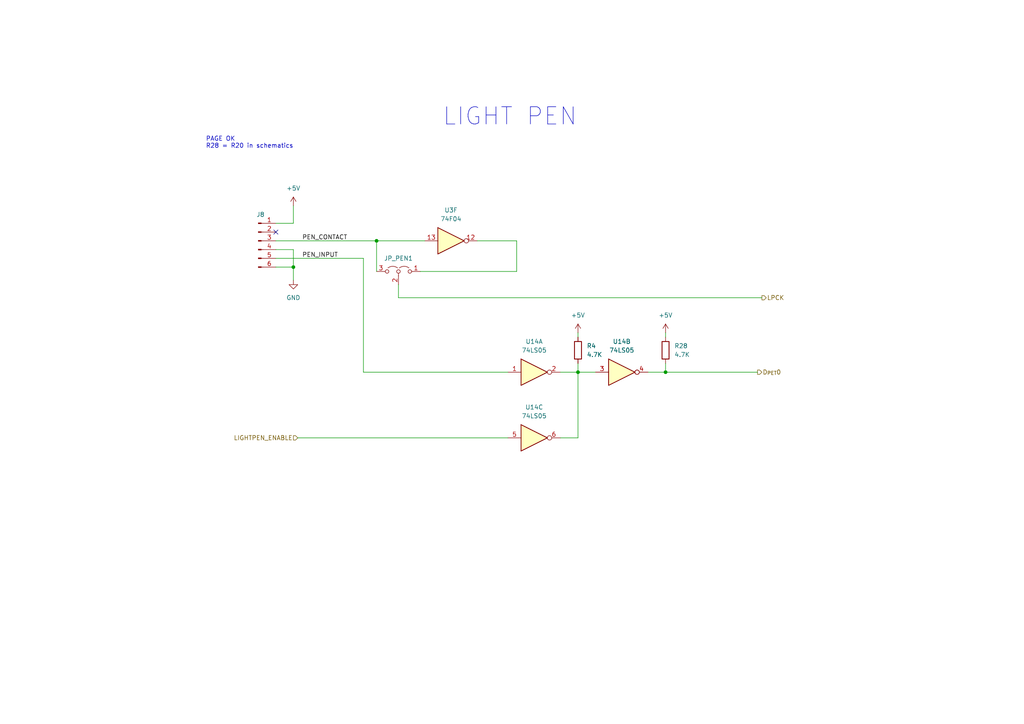
<source format=kicad_sch>
(kicad_sch (version 20230121) (generator eeschema)
  (paper "A4")
  (title_block (title "LOW SPEED GRAPHIK") (date "2022-03-13") (rev "V001") (comment 1 "reverse-engineered in 2022") (comment 2 "creativecommons.org/licenses/by-sa/4.0/") (comment 3 "License: CC BY-SA 4.0") (comment 4 "Author: InsaneDruid"))
  (lib_symbols
    (symbol "74xx:74AHC04"
      (property "Reference" "U" (at 0 1.27 0))
      (property "Value" "74AHC04" (at 0 -1.27 0))
      (symbol "74AHC04_1_0"
        (polyline (pts (xy -3.81 3.81) (xy -3.81 -3.81) (xy 3.81 0) (xy -3.81 3.81)) (stroke (width 0.254)) (fill (type background)))
        (pin input line (at -7.62 0 0) (length 3.81) (name "~") (number "1"))
        (pin output inverted (at 7.62 0 180) (length 3.81) (name "~") (number "2"))
      )
      (symbol "74AHC04_2_0"
        (polyline (pts (xy -3.81 3.81) (xy -3.81 -3.81) (xy 3.81 0) (xy -3.81 3.81)) (stroke (width 0.254)) (fill (type background)))
        (pin input line (at -7.62 0 0) (length 3.81) (name "~") (number "3"))
        (pin output inverted (at 7.62 0 180) (length 3.81) (name "~") (number "4"))
      )
      (symbol "74AHC04_3_0"
        (polyline (pts (xy -3.81 3.81) (xy -3.81 -3.81) (xy 3.81 0) (xy -3.81 3.81)) (stroke (width 0.254)) (fill (type background)))
        (pin input line (at -7.62 0 0) (length 3.81) (name "~") (number "5"))
        (pin output inverted (at 7.62 0 180) (length 3.81) (name "~") (number "6"))
      )
      (symbol "74AHC04_4_0"
        (polyline (pts (xy -3.81 3.81) (xy -3.81 -3.81) (xy 3.81 0) (xy -3.81 3.81)) (stroke (width 0.254)) (fill (type background)))
        (pin output inverted (at 7.62 0 180) (length 3.81) (name "~") (number "8"))
        (pin input line (at -7.62 0 0) (length 3.81) (name "~") (number "9"))
      )
      (symbol "74AHC04_5_0"
        (polyline (pts (xy -3.81 3.81) (xy -3.81 -3.81) (xy 3.81 0) (xy -3.81 3.81)) (stroke (width 0.254)) (fill (type background)))
        (pin output inverted (at 7.62 0 180) (length 3.81) (name "~") (number "10"))
        (pin input line (at -7.62 0 0) (length 3.81) (name "~") (number "11"))
      )
      (symbol "74AHC04_6_0"
        (polyline (pts (xy -3.81 3.81) (xy -3.81 -3.81) (xy 3.81 0) (xy -3.81 3.81)) (stroke (width 0.254)) (fill (type background)))
        (pin output inverted (at 7.62 0 180) (length 3.81) (name "~") (number "12"))
        (pin input line (at -7.62 0 0) (length 3.81) (name "~") (number "13"))
      )
      (symbol "74AHC04_7_0"
        (pin power_in line (at 0 12.7 270) (length 5.08) (name "VCC") (number "14"))
        (pin power_in line (at 0 -12.7 90) (length 5.08) (name "GND") (number "7"))
      )
      (symbol "74AHC04_7_1"
        (rectangle (start -5.08 7.62) (end 5.08 -7.62) (stroke (width 0.254)) (fill (type background)))
      )
    )
    (symbol "74xx:74LS05" (pin_names (offset 1.016))
      (property "Reference" "U" (at 0 1.27 0))
      (property "Value" "74LS05" (at 0 -1.27 0))
      (symbol "74LS05_1_0"
        (polyline (pts (xy -3.81 3.81) (xy -3.81 -3.81) (xy 3.81 0) (xy -3.81 3.81)) (stroke (width 0.254)) (fill (type background)))
        (pin input line (at -7.62 0 0) (length 3.81) (name "~") (number "1"))
        (pin open_collector inverted (at 7.62 0 180) (length 3.81) (name "~") (number "2"))
      )
      (symbol "74LS05_2_0"
        (polyline (pts (xy -3.81 3.81) (xy -3.81 -3.81) (xy 3.81 0) (xy -3.81 3.81)) (stroke (width 0.254)) (fill (type background)))
        (pin input line (at -7.62 0 0) (length 3.81) (name "~") (number "3"))
        (pin open_collector inverted (at 7.62 0 180) (length 3.81) (name "~") (number "4"))
      )
      (symbol "74LS05_3_0"
        (polyline (pts (xy -3.81 3.81) (xy -3.81 -3.81) (xy 3.81 0) (xy -3.81 3.81)) (stroke (width 0.254)) (fill (type background)))
        (pin input line (at -7.62 0 0) (length 3.81) (name "~") (number "5"))
        (pin open_collector inverted (at 7.62 0 180) (length 3.81) (name "~") (number "6"))
      )
      (symbol "74LS05_4_0"
        (polyline (pts (xy -3.81 3.81) (xy -3.81 -3.81) (xy 3.81 0) (xy -3.81 3.81)) (stroke (width 0.254)) (fill (type background)))
        (pin open_collector inverted (at 7.62 0 180) (length 3.81) (name "~") (number "8"))
        (pin input line (at -7.62 0 0) (length 3.81) (name "~") (number "9"))
      )
      (symbol "74LS05_5_0"
        (polyline (pts (xy -3.81 3.81) (xy -3.81 -3.81) (xy 3.81 0) (xy -3.81 3.81)) (stroke (width 0.254)) (fill (type background)))
        (pin open_collector inverted (at 7.62 0 180) (length 3.81) (name "~") (number "10"))
        (pin input line (at -7.62 0 0) (length 3.81) (name "~") (number "11"))
      )
      (symbol "74LS05_6_0"
        (polyline (pts (xy -3.81 3.81) (xy -3.81 -3.81) (xy 3.81 0) (xy -3.81 3.81)) (stroke (width 0.254)) (fill (type background)))
        (pin open_collector inverted (at 7.62 0 180) (length 3.81) (name "~") (number "12"))
        (pin input line (at -7.62 0 0) (length 3.81) (name "~") (number "13"))
      )
      (symbol "74LS05_7_0"
        (pin power_in line (at 0 12.7 270) (length 5.08) (name "VCC") (number "14"))
        (pin power_in line (at 0 -12.7 90) (length 5.08) (name "GND") (number "7"))
      )
      (symbol "74LS05_7_1"
        (rectangle (start -5.08 7.62) (end 5.08 -7.62) (stroke (width 0.254)) (fill (type background)))
      )
    )
    (symbol "Connector:Conn_01x06_Male" (pin_names (offset 1.016) hide)
      (property "Reference" "J" (at 0 7.62 0))
      (property "Value" "Conn_01x06_Male" (at 0 -10.16 0))
      (symbol "Conn_01x06_Male_1_1"
        (polyline (pts (xy 1.27 -7.62) (xy 0.8636 -7.62)) (stroke (width 0.1524)))
        (polyline (pts (xy 1.27 -5.08) (xy 0.8636 -5.08)) (stroke (width 0.1524)))
        (polyline (pts (xy 1.27 -2.54) (xy 0.8636 -2.54)) (stroke (width 0.1524)))
        (polyline (pts (xy 1.27 0) (xy 0.8636 0)) (stroke (width 0.1524)))
        (polyline (pts (xy 1.27 2.54) (xy 0.8636 2.54)) (stroke (width 0.1524)))
        (polyline (pts (xy 1.27 5.08) (xy 0.8636 5.08)) (stroke (width 0.1524)))
        (rectangle (start 0.8636 -7.493) (end 0 -7.747) (stroke (width 0.1524)) (fill (type outline)))
        (rectangle (start 0.8636 -4.953) (end 0 -5.207) (stroke (width 0.1524)) (fill (type outline)))
        (rectangle (start 0.8636 -2.413) (end 0 -2.667) (stroke (width 0.1524)) (fill (type outline)))
        (rectangle (start 0.8636 0.127) (end 0 -0.127) (stroke (width 0.1524)) (fill (type outline)))
        (rectangle (start 0.8636 2.667) (end 0 2.413) (stroke (width 0.1524)) (fill (type outline)))
        (rectangle (start 0.8636 5.207) (end 0 4.953) (stroke (width 0.1524)) (fill (type outline)))
        (pin passive line (at 5.08 5.08 180) (length 3.81) (name "Pin_1") (number "1"))
        (pin passive line (at 5.08 2.54 180) (length 3.81) (name "Pin_2") (number "2"))
        (pin passive line (at 5.08 0 180) (length 3.81) (name "Pin_3") (number "3"))
        (pin passive line (at 5.08 -2.54 180) (length 3.81) (name "Pin_4") (number "4"))
        (pin passive line (at 5.08 -5.08 180) (length 3.81) (name "Pin_5") (number "5"))
        (pin passive line (at 5.08 -7.62 180) (length 3.81) (name "Pin_6") (number "6"))
      )
    )
    (symbol "Device:R" (pin_numbers hide) (pin_names (offset 0))
      (property "Reference" "R" (at 2.032 0 90))
      (property "Value" "R" (at 0 0 90))
      (symbol "R_0_1"
        (rectangle (start -1.016 -2.54) (end 1.016 2.54) (stroke (width 0.254)))
      )
      (symbol "R_1_1"
        (pin passive line (at 0 3.81 270) (length 1.27) (name "~") (number "1"))
        (pin passive line (at 0 -3.81 90) (length 1.27) (name "~") (number "2"))
      )
    )
    (symbol "Jumper:Jumper_3_Open" (pin_names (offset 0) hide)
      (property "Reference" "JP" (at -2.54 -2.54 0))
      (property "Value" "Jumper_3_Open" (at 0 2.794 0))
      (symbol "Jumper_3_Open_0_0"
        (circle (center -3.302 0) (radius 0.508))
        (circle (center 0 0) (radius 0.508))
        (circle (center 3.302 0) (radius 0.508))
      )
      (symbol "Jumper_3_Open_0_1"
        (arc (start -0.254 1.016) (mid -1.651 1.4992) (end -3.048 1.016))
        (polyline (pts (xy 0 -0.508) (xy 0 -1.27)))
        (arc (start 3.048 1.016) (mid 1.651 1.4992) (end 0.254 1.016))
      )
      (symbol "Jumper_3_Open_1_1"
        (pin passive line (at -6.35 0 0) (length 2.54) (name "A") (number "1"))
        (pin passive line (at 0 -3.81 90) (length 2.54) (name "C") (number "2"))
        (pin passive line (at 6.35 0 180) (length 2.54) (name "B") (number "3"))
      )
    )
    (symbol "power:+5V" (power) (pin_names (offset 0))
      (property "Value" "+5V" (at 0 3.556 0))
      (symbol "+5V_0_1"
        (polyline (pts (xy -0.762 1.27) (xy 0 2.54)))
        (polyline (pts (xy 0 0) (xy 0 2.54)))
        (polyline (pts (xy 0 2.54) (xy 0.762 1.27)))
      )
      (symbol "+5V_1_1"
        (pin power_in line (at 0 0 90) (length 0) hide (name "+5V") (number "1"))
      )
    )
    (symbol "power:GND" (power) (pin_names (offset 0))
      (property "Value" "GND" (at 0 -3.81 0))
      (symbol "GND_0_1"
        (polyline (pts (xy 0 0) (xy 0 -1.27) (xy 1.27 -1.27) (xy 0 -2.54) (xy -1.27 -1.27) (xy 0 -1.27)))
      )
      (symbol "GND_1_1"
        (pin power_in line (at 0 0 270) (length 0) hide (name "GND") (number "1"))
      )
    )
  )
  (junction (at 85.09 77.47))
  (junction (at 193.04 107.95))
  (junction (at 109.22 69.85))
  (junction (at 167.64 107.95))
  (no_connect (at 80.01 67.31))
  (wire (pts (xy 80.01 69.85) (xy 109.22 69.85)))
  (wire (pts (xy 109.22 78.74) (xy 109.22 69.85)))
  (wire (pts (xy 80.01 64.77) (xy 85.09 64.77)))
  (wire (pts (xy 80.01 77.47) (xy 85.09 77.47)))
  (wire (pts (xy 149.86 78.74) (xy 149.86 69.85)))
  (wire (pts (xy 109.22 69.85) (xy 123.19 69.85)))
  (wire (pts (xy 80.01 74.93) (xy 105.41 74.93)))
  (wire (pts (xy 85.09 77.47) (xy 85.09 81.28)))
  (wire (pts (xy 85.09 72.39) (xy 85.09 77.47)))
  (wire (pts (xy 167.64 107.95) (xy 167.64 105.41)))
  (wire (pts (xy 193.04 96.52) (xy 193.04 97.79)))
  (wire (pts (xy 167.64 107.95) (xy 167.64 127)))
  (wire (pts (xy 167.64 107.95) (xy 172.72 107.95)))
  (wire (pts (xy 149.86 69.85) (xy 138.43 69.85)))
  (wire (pts (xy 167.64 127) (xy 162.56 127)))
  (wire (pts (xy 162.56 107.95) (xy 167.64 107.95)))
  (wire (pts (xy 105.41 74.93) (xy 105.41 107.95)))
  (wire (pts (xy 187.96 107.95) (xy 193.04 107.95)))
  (wire (pts (xy 167.64 96.52) (xy 167.64 97.79)))
  (wire (pts (xy 80.01 72.39) (xy 85.09 72.39)))
  (wire (pts (xy 121.92 78.74) (xy 149.86 78.74)))
  (wire (pts (xy 85.09 59.69) (xy 85.09 64.77)))
  (wire (pts (xy 115.57 86.36) (xy 220.98 86.36)))
  (wire (pts (xy 105.41 107.95) (xy 147.32 107.95)))
  (wire (pts (xy 115.57 82.55) (xy 115.57 86.36)))
  (wire (pts (xy 193.04 107.95) (xy 219.71 107.95)))
  (wire (pts (xy 86.36 127) (xy 147.32 127)))
  (wire (pts (xy 193.04 105.41) (xy 193.04 107.95)))
  (text "LIGHT PEN" (at 128.27 36.83 0) (effects (font (size 5 5)) (justify left bottom)))
  (text "PAGE OK\nR28 = R20 in schematics" (at 59.69 43.18 0) (effects (font (size 1.27 1.27)) (justify left bottom)))
  (label "PEN_CONTACT" (at 87.63 69.85 0))
  (label "PEN_INPUT" (at 87.63 74.93 0))
  (hierarchical_label "LIGHTPEN_ENABLE" (shape input) (at 86.36 127 180))
  (hierarchical_label "LPCK" (shape output) (at 220.98 86.36 0))
  (hierarchical_label "D_{PET}0" (shape output) (at 219.71 107.95 0))
  (symbol (lib_id "power:+5V") (at 167.64 96.52 0) (unit 1)
    (property "Reference" "#PWR0114" (effects hide))
    (property "Value" "+5V" (at 167.64 91.44 0))
  )
  (symbol (lib_id "74xx:74LS05") (at 180.34 107.95 0) (unit 2)
    (property "Reference" "U14" (at 180.34 99.06 0))
    (property "Value" "74LS05" (at 180.34 101.6 0))
    (property "Footprint" "lsg_lib_fp:DIP-14_W7.62mm" (effects hide))
    (property "Datasheet" "http://www.ti.com/lit/gpn/sn74LS05" (effects hide))
  )
  (symbol (lib_id "74xx:74LS05") (at 154.94 127 0) (unit 3)
    (property "Reference" "U14" (at 154.94 118.11 0))
    (property "Value" "74LS05" (at 154.94 120.65 0))
    (property "Footprint" "lsg_lib_fp:DIP-14_W7.62mm" (effects hide))
    (property "Datasheet" "http://www.ti.com/lit/gpn/sn74LS05" (effects hide))
  )
  (symbol (lib_id "power:+5V") (at 193.04 96.52 0) (unit 1)
    (property "Reference" "#PWR0115" (effects hide))
    (property "Value" "+5V" (at 193.04 91.44 0))
  )
  (symbol (lib_id "74xx:74AHC04") (at 130.81 69.85 0) (unit 6)
    (property "Reference" "U3" (at 130.81 60.96 0))
    (property "Value" "74F04" (at 130.81 63.5 0))
    (property "Footprint" "lsg_lib_fp:DIP-14_W7.62mm" (effects hide))
    (property "Datasheet" "https://assets.nexperia.com/documents/data-sheet/74AHC_AHCT04.pdf" (effects hide))
  )
  (symbol (lib_id "74xx:74LS05") (at 154.94 107.95 0) (unit 1)
    (property "Reference" "U14" (at 154.94 99.06 0))
    (property "Value" "74LS05" (at 154.94 101.6 0))
    (property "Footprint" "lsg_lib_fp:DIP-14_W7.62mm" (effects hide))
    (property "Datasheet" "http://www.ti.com/lit/gpn/sn74LS05" (effects hide))
  )
  (symbol (lib_id "Jumper:Jumper_3_Open") (at 115.57 78.74 0) (mirror y) (unit 1) (in_bom no)
    (property "Reference" "JP_PEN1" (at 115.57 74.93 0))
    (property "Value" "Jumper_3_Open" (effects hide))
    (property "Footprint" "lsg_lib_fp:lsg_Jumper_nomark" (effects hide))
  )
  (symbol (lib_id "Device:R") (at 167.64 101.6 0) (unit 1)
    (property "Reference" "R4" (at 170.18 100.3299 0) (effects (justify left)))
    (property "Value" "4.7K" (at 170.18 102.8699 0) (effects (justify left)))
    (property "Footprint" "lsg_lib_fp:R_Axial_DIN0309_L9.0mm_D222.2mm_P12.70mm_Horizontal" (effects hide))
  )
  (symbol (lib_id "power:+5V") (at 85.09 59.69 0) (unit 1)
    (property "Reference" "#PWR0109" (effects hide))
    (property "Value" "+5V" (at 85.09 54.61 0))
  )
  (symbol (lib_id "Connector:Conn_01x06_Male") (at 74.93 69.85 0) (unit 1)
    (property "Reference" "J8" (at 75.565 62.23 0))
    (property "Value" "Conn_01x06_Male" (effects hide))
    (property "Footprint" "lsg_lib_fp:PinHeader_1x06_P2.54mm_Vertical_J8" (effects hide))
  )
  (symbol (lib_id "Device:R") (at 193.04 101.6 0) (unit 1)
    (property "Reference" "R28" (at 195.58 100.3299 0) (effects (justify left)))
    (property "Value" "4.7K" (at 195.58 102.8699 0) (effects (justify left)))
    (property "Footprint" "lsg_lib_fp:R_Axial_DIN0309_L9.0mm_D222.2mm_P12.70mm_Horizontal" (effects hide))
  )
  (symbol (lib_id "power:GND") (at 85.09 81.28 0) (unit 1)
    (property "Reference" "#PWR0112" (effects hide))
    (property "Value" "GND" (at 85.09 86.36 0))
  )
)
</source>
